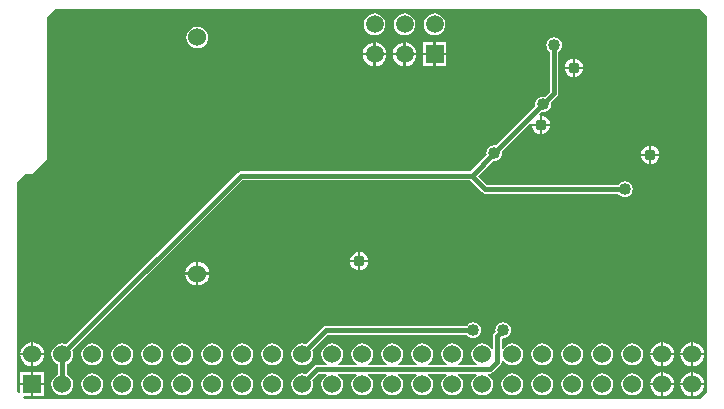
<source format=gtl>
%FSLAX25Y25*%
%MOIN*%
G70*
G01*
G75*
G04 Layer_Physical_Order=1*
G04 Layer_Color=255*
%ADD10C,0.01600*%
%ADD11C,0.05906*%
%ADD12R,0.05906X0.05906*%
%ADD13C,0.06000*%
%ADD14R,0.06000X0.06000*%
%ADD15C,0.04000*%
G36*
X302500Y130000D02*
Y5000D01*
X300000Y2500D01*
X75000D01*
X74462Y3038D01*
X74653Y3500D01*
X77100D01*
Y7100D01*
X73500D01*
Y4653D01*
X73038Y4462D01*
X72500Y5000D01*
Y75000D01*
X75000Y77500D01*
X77500D01*
X82500Y82500D01*
Y130000D01*
X85000Y132500D01*
X300000D01*
X302500Y130000D01*
D02*
G37*
%LPC*%
G36*
X297100Y17100D02*
X293518D01*
X293603Y16456D01*
X294006Y15483D01*
X294647Y14647D01*
X295483Y14006D01*
X296456Y13603D01*
X297100Y13518D01*
Y17100D01*
D02*
G37*
G36*
X291482D02*
X287900D01*
Y13518D01*
X288544Y13603D01*
X289517Y14006D01*
X290353Y14647D01*
X290994Y15483D01*
X291397Y16456D01*
X291482Y17100D01*
D02*
G37*
G36*
X301482D02*
X297900D01*
Y13518D01*
X298544Y13603D01*
X299517Y14006D01*
X300353Y14647D01*
X300994Y15483D01*
X301397Y16456D01*
X301482Y17100D01*
D02*
G37*
G36*
X107500Y21131D02*
X106560Y21007D01*
X105684Y20645D01*
X104932Y20067D01*
X104355Y19316D01*
X103993Y18440D01*
X103869Y17500D01*
X103993Y16560D01*
X104355Y15685D01*
X104932Y14932D01*
X105684Y14355D01*
X106560Y13993D01*
X107500Y13869D01*
X108440Y13993D01*
X109316Y14355D01*
X110068Y14932D01*
X110645Y15685D01*
X111007Y16560D01*
X111131Y17500D01*
X111007Y18440D01*
X110645Y19316D01*
X110068Y20067D01*
X109316Y20645D01*
X108440Y21007D01*
X107500Y21131D01*
D02*
G37*
G36*
X97500D02*
X96560Y21007D01*
X95684Y20645D01*
X94932Y20067D01*
X94355Y19316D01*
X93993Y18440D01*
X93869Y17500D01*
X93993Y16560D01*
X94355Y15685D01*
X94932Y14932D01*
X95684Y14355D01*
X96560Y13993D01*
X97500Y13869D01*
X98440Y13993D01*
X99316Y14355D01*
X100068Y14932D01*
X100645Y15685D01*
X101007Y16560D01*
X101131Y17500D01*
X101007Y18440D01*
X100645Y19316D01*
X100068Y20067D01*
X99316Y20645D01*
X98440Y21007D01*
X97500Y21131D01*
D02*
G37*
G36*
X297900Y11482D02*
Y7900D01*
X301482D01*
X301397Y8544D01*
X300994Y9517D01*
X300353Y10353D01*
X299517Y10994D01*
X298544Y11397D01*
X297900Y11482D01*
D02*
G37*
G36*
X297100D02*
X296456Y11397D01*
X295483Y10994D01*
X294647Y10353D01*
X294006Y9517D01*
X293603Y8544D01*
X293518Y7900D01*
X297100D01*
Y11482D01*
D02*
G37*
G36*
X77100Y17100D02*
X73518D01*
X73603Y16456D01*
X74006Y15483D01*
X74647Y14647D01*
X75483Y14006D01*
X76456Y13603D01*
X77100Y13518D01*
Y17100D01*
D02*
G37*
G36*
X287100D02*
X283518D01*
X283603Y16456D01*
X284006Y15483D01*
X284647Y14647D01*
X285483Y14006D01*
X286456Y13603D01*
X287100Y13518D01*
Y17100D01*
D02*
G37*
G36*
X81482D02*
X77900D01*
Y13518D01*
X78544Y13603D01*
X79517Y14006D01*
X80353Y14647D01*
X80994Y15483D01*
X81397Y16456D01*
X81482Y17100D01*
D02*
G37*
G36*
X257500Y21131D02*
X256560Y21007D01*
X255684Y20645D01*
X254932Y20067D01*
X254355Y19316D01*
X253993Y18440D01*
X253869Y17500D01*
X253993Y16560D01*
X254355Y15685D01*
X254932Y14932D01*
X255684Y14355D01*
X256560Y13993D01*
X257500Y13869D01*
X258440Y13993D01*
X259315Y14355D01*
X260068Y14932D01*
X260645Y15685D01*
X261007Y16560D01*
X261131Y17500D01*
X261007Y18440D01*
X260645Y19316D01*
X260068Y20067D01*
X259315Y20645D01*
X258440Y21007D01*
X257500Y21131D01*
D02*
G37*
G36*
X247500D02*
X246560Y21007D01*
X245685Y20645D01*
X244933Y20067D01*
X244355Y19316D01*
X243993Y18440D01*
X243869Y17500D01*
X243993Y16560D01*
X244355Y15685D01*
X244933Y14932D01*
X245685Y14355D01*
X246560Y13993D01*
X247500Y13869D01*
X248440Y13993D01*
X249316Y14355D01*
X250067Y14932D01*
X250645Y15685D01*
X251007Y16560D01*
X251131Y17500D01*
X251007Y18440D01*
X250645Y19316D01*
X250067Y20067D01*
X249316Y20645D01*
X248440Y21007D01*
X247500Y21131D01*
D02*
G37*
G36*
X267500D02*
X266560Y21007D01*
X265685Y20645D01*
X264932Y20067D01*
X264355Y19316D01*
X263993Y18440D01*
X263869Y17500D01*
X263993Y16560D01*
X264355Y15685D01*
X264932Y14932D01*
X265685Y14355D01*
X266560Y13993D01*
X267500Y13869D01*
X268440Y13993D01*
X269316Y14355D01*
X270068Y14932D01*
X270645Y15685D01*
X271007Y16560D01*
X271131Y17500D01*
X271007Y18440D01*
X270645Y19316D01*
X270068Y20067D01*
X269316Y20645D01*
X268440Y21007D01*
X267500Y21131D01*
D02*
G37*
G36*
X77100Y21482D02*
X76456Y21397D01*
X75483Y20994D01*
X74647Y20353D01*
X74006Y19517D01*
X73603Y18544D01*
X73518Y17900D01*
X77100D01*
Y21482D01*
D02*
G37*
G36*
X277500Y21131D02*
X276560Y21007D01*
X275684Y20645D01*
X274933Y20067D01*
X274355Y19316D01*
X273993Y18440D01*
X273869Y17500D01*
X273993Y16560D01*
X274355Y15685D01*
X274933Y14932D01*
X275684Y14355D01*
X276560Y13993D01*
X277500Y13869D01*
X278440Y13993D01*
X279315Y14355D01*
X280067Y14932D01*
X280645Y15685D01*
X281007Y16560D01*
X281131Y17500D01*
X281007Y18440D01*
X280645Y19316D01*
X280067Y20067D01*
X279315Y20645D01*
X278440Y21007D01*
X277500Y21131D01*
D02*
G37*
G36*
X127500D02*
X126560Y21007D01*
X125684Y20645D01*
X124932Y20067D01*
X124355Y19316D01*
X123993Y18440D01*
X123869Y17500D01*
X123993Y16560D01*
X124355Y15685D01*
X124932Y14932D01*
X125684Y14355D01*
X126560Y13993D01*
X127500Y13869D01*
X128440Y13993D01*
X129315Y14355D01*
X130068Y14932D01*
X130645Y15685D01*
X131007Y16560D01*
X131131Y17500D01*
X131007Y18440D01*
X130645Y19316D01*
X130068Y20067D01*
X129315Y20645D01*
X128440Y21007D01*
X127500Y21131D01*
D02*
G37*
G36*
X117500D02*
X116560Y21007D01*
X115684Y20645D01*
X114932Y20067D01*
X114355Y19316D01*
X113993Y18440D01*
X113869Y17500D01*
X113993Y16560D01*
X114355Y15685D01*
X114932Y14932D01*
X115684Y14355D01*
X116560Y13993D01*
X117500Y13869D01*
X118440Y13993D01*
X119316Y14355D01*
X120068Y14932D01*
X120645Y15685D01*
X121007Y16560D01*
X121131Y17500D01*
X121007Y18440D01*
X120645Y19316D01*
X120068Y20067D01*
X119316Y20645D01*
X118440Y21007D01*
X117500Y21131D01*
D02*
G37*
G36*
X137500D02*
X136560Y21007D01*
X135685Y20645D01*
X134932Y20067D01*
X134355Y19316D01*
X133993Y18440D01*
X133869Y17500D01*
X133993Y16560D01*
X134355Y15685D01*
X134932Y14932D01*
X135685Y14355D01*
X136560Y13993D01*
X137500Y13869D01*
X138440Y13993D01*
X139315Y14355D01*
X140068Y14932D01*
X140645Y15685D01*
X141007Y16560D01*
X141131Y17500D01*
X141007Y18440D01*
X140645Y19316D01*
X140068Y20067D01*
X139315Y20645D01*
X138440Y21007D01*
X137500Y21131D01*
D02*
G37*
G36*
X157500D02*
X156560Y21007D01*
X155684Y20645D01*
X154932Y20067D01*
X154355Y19316D01*
X153993Y18440D01*
X153869Y17500D01*
X153993Y16560D01*
X154355Y15685D01*
X154932Y14932D01*
X155684Y14355D01*
X156560Y13993D01*
X157500Y13869D01*
X158440Y13993D01*
X159316Y14355D01*
X160068Y14932D01*
X160645Y15685D01*
X161007Y16560D01*
X161131Y17500D01*
X161007Y18440D01*
X160645Y19316D01*
X160068Y20067D01*
X159316Y20645D01*
X158440Y21007D01*
X157500Y21131D01*
D02*
G37*
G36*
X147500D02*
X146560Y21007D01*
X145685Y20645D01*
X144932Y20067D01*
X144355Y19316D01*
X143993Y18440D01*
X143869Y17500D01*
X143993Y16560D01*
X144355Y15685D01*
X144932Y14932D01*
X145685Y14355D01*
X146560Y13993D01*
X147500Y13869D01*
X148440Y13993D01*
X149316Y14355D01*
X150068Y14932D01*
X150645Y15685D01*
X151007Y16560D01*
X151131Y17500D01*
X151007Y18440D01*
X150645Y19316D01*
X150068Y20067D01*
X149316Y20645D01*
X148440Y21007D01*
X147500Y21131D01*
D02*
G37*
G36*
X287900Y11482D02*
Y7900D01*
X291482D01*
X291397Y8544D01*
X290994Y9517D01*
X290353Y10353D01*
X289517Y10994D01*
X288544Y11397D01*
X287900Y11482D01*
D02*
G37*
G36*
X107500Y11131D02*
X106560Y11007D01*
X105684Y10645D01*
X104932Y10068D01*
X104355Y9315D01*
X103993Y8440D01*
X103869Y7500D01*
X103993Y6560D01*
X104355Y5684D01*
X104932Y4933D01*
X105684Y4355D01*
X106560Y3993D01*
X107500Y3869D01*
X108440Y3993D01*
X109316Y4355D01*
X110068Y4933D01*
X110645Y5684D01*
X111007Y6560D01*
X111131Y7500D01*
X111007Y8440D01*
X110645Y9315D01*
X110068Y10068D01*
X109316Y10645D01*
X108440Y11007D01*
X107500Y11131D01*
D02*
G37*
G36*
X97500D02*
X96560Y11007D01*
X95684Y10645D01*
X94932Y10068D01*
X94355Y9315D01*
X93993Y8440D01*
X93869Y7500D01*
X93993Y6560D01*
X94355Y5684D01*
X94932Y4933D01*
X95684Y4355D01*
X96560Y3993D01*
X97500Y3869D01*
X98440Y3993D01*
X99316Y4355D01*
X100068Y4933D01*
X100645Y5684D01*
X101007Y6560D01*
X101131Y7500D01*
X101007Y8440D01*
X100645Y9315D01*
X100068Y10068D01*
X99316Y10645D01*
X98440Y11007D01*
X97500Y11131D01*
D02*
G37*
G36*
X117500D02*
X116560Y11007D01*
X115684Y10645D01*
X114932Y10068D01*
X114355Y9315D01*
X113993Y8440D01*
X113869Y7500D01*
X113993Y6560D01*
X114355Y5684D01*
X114932Y4933D01*
X115684Y4355D01*
X116560Y3993D01*
X117500Y3869D01*
X118440Y3993D01*
X119316Y4355D01*
X120068Y4933D01*
X120645Y5684D01*
X121007Y6560D01*
X121131Y7500D01*
X121007Y8440D01*
X120645Y9315D01*
X120068Y10068D01*
X119316Y10645D01*
X118440Y11007D01*
X117500Y11131D01*
D02*
G37*
G36*
X137500D02*
X136560Y11007D01*
X135685Y10645D01*
X134932Y10068D01*
X134355Y9315D01*
X133993Y8440D01*
X133869Y7500D01*
X133993Y6560D01*
X134355Y5684D01*
X134932Y4933D01*
X135685Y4355D01*
X136560Y3993D01*
X137500Y3869D01*
X138440Y3993D01*
X139315Y4355D01*
X140068Y4933D01*
X140645Y5684D01*
X141007Y6560D01*
X141131Y7500D01*
X141007Y8440D01*
X140645Y9315D01*
X140068Y10068D01*
X139315Y10645D01*
X138440Y11007D01*
X137500Y11131D01*
D02*
G37*
G36*
X127500D02*
X126560Y11007D01*
X125684Y10645D01*
X124932Y10068D01*
X124355Y9315D01*
X123993Y8440D01*
X123869Y7500D01*
X123993Y6560D01*
X124355Y5684D01*
X124932Y4933D01*
X125684Y4355D01*
X126560Y3993D01*
X127500Y3869D01*
X128440Y3993D01*
X129315Y4355D01*
X130068Y4933D01*
X130645Y5684D01*
X131007Y6560D01*
X131131Y7500D01*
X131007Y8440D01*
X130645Y9315D01*
X130068Y10068D01*
X129315Y10645D01*
X128440Y11007D01*
X127500Y11131D01*
D02*
G37*
G36*
X287100Y7100D02*
X283518D01*
X283603Y6456D01*
X284006Y5483D01*
X284647Y4647D01*
X285483Y4006D01*
X286456Y3603D01*
X287100Y3518D01*
Y7100D01*
D02*
G37*
G36*
X81500D02*
X77900D01*
Y3500D01*
X81500D01*
Y7100D01*
D02*
G37*
G36*
X291482D02*
X287900D01*
Y3518D01*
X288544Y3603D01*
X289517Y4006D01*
X290353Y4647D01*
X290994Y5483D01*
X291397Y6456D01*
X291482Y7100D01*
D02*
G37*
G36*
X301482D02*
X297900D01*
Y3518D01*
X298544Y3603D01*
X299517Y4006D01*
X300353Y4647D01*
X300994Y5483D01*
X301397Y6456D01*
X301482Y7100D01*
D02*
G37*
G36*
X297100D02*
X293518D01*
X293603Y6456D01*
X294006Y5483D01*
X294647Y4647D01*
X295483Y4006D01*
X296456Y3603D01*
X297100Y3518D01*
Y7100D01*
D02*
G37*
G36*
X277500Y11131D02*
X276560Y11007D01*
X275684Y10645D01*
X274933Y10068D01*
X274355Y9315D01*
X273993Y8440D01*
X273869Y7500D01*
X273993Y6560D01*
X274355Y5684D01*
X274933Y4933D01*
X275684Y4355D01*
X276560Y3993D01*
X277500Y3869D01*
X278440Y3993D01*
X279315Y4355D01*
X280067Y4933D01*
X280645Y5684D01*
X281007Y6560D01*
X281131Y7500D01*
X281007Y8440D01*
X280645Y9315D01*
X280067Y10068D01*
X279315Y10645D01*
X278440Y11007D01*
X277500Y11131D01*
D02*
G37*
G36*
X267500D02*
X266560Y11007D01*
X265685Y10645D01*
X264932Y10068D01*
X264355Y9315D01*
X263993Y8440D01*
X263869Y7500D01*
X263993Y6560D01*
X264355Y5684D01*
X264932Y4933D01*
X265685Y4355D01*
X266560Y3993D01*
X267500Y3869D01*
X268440Y3993D01*
X269316Y4355D01*
X270068Y4933D01*
X270645Y5684D01*
X271007Y6560D01*
X271131Y7500D01*
X271007Y8440D01*
X270645Y9315D01*
X270068Y10068D01*
X269316Y10645D01*
X268440Y11007D01*
X267500Y11131D01*
D02*
G37*
G36*
X77100Y11500D02*
X73500D01*
Y7900D01*
X77100D01*
Y11500D01*
D02*
G37*
G36*
X287100Y11482D02*
X286456Y11397D01*
X285483Y10994D01*
X284647Y10353D01*
X284006Y9517D01*
X283603Y8544D01*
X283518Y7900D01*
X287100D01*
Y11482D01*
D02*
G37*
G36*
X81500Y11500D02*
X77900D01*
Y7900D01*
X81500D01*
Y11500D01*
D02*
G37*
G36*
X157500Y11131D02*
X156560Y11007D01*
X155684Y10645D01*
X154932Y10068D01*
X154355Y9315D01*
X153993Y8440D01*
X153869Y7500D01*
X153993Y6560D01*
X154355Y5684D01*
X154932Y4933D01*
X155684Y4355D01*
X156560Y3993D01*
X157500Y3869D01*
X158440Y3993D01*
X159316Y4355D01*
X160068Y4933D01*
X160645Y5684D01*
X161007Y6560D01*
X161131Y7500D01*
X161007Y8440D01*
X160645Y9315D01*
X160068Y10068D01*
X159316Y10645D01*
X158440Y11007D01*
X157500Y11131D01*
D02*
G37*
G36*
X147500D02*
X146560Y11007D01*
X145685Y10645D01*
X144932Y10068D01*
X144355Y9315D01*
X143993Y8440D01*
X143869Y7500D01*
X143993Y6560D01*
X144355Y5684D01*
X144932Y4933D01*
X145685Y4355D01*
X146560Y3993D01*
X147500Y3869D01*
X148440Y3993D01*
X149316Y4355D01*
X150068Y4933D01*
X150645Y5684D01*
X151007Y6560D01*
X151131Y7500D01*
X151007Y8440D01*
X150645Y9315D01*
X150068Y10068D01*
X149316Y10645D01*
X148440Y11007D01*
X147500Y11131D01*
D02*
G37*
G36*
X237500D02*
X236560Y11007D01*
X235684Y10645D01*
X234932Y10068D01*
X234355Y9315D01*
X233993Y8440D01*
X233869Y7500D01*
X233993Y6560D01*
X234355Y5684D01*
X234932Y4933D01*
X235684Y4355D01*
X236560Y3993D01*
X237500Y3869D01*
X238440Y3993D01*
X239316Y4355D01*
X240068Y4933D01*
X240645Y5684D01*
X241007Y6560D01*
X241131Y7500D01*
X241007Y8440D01*
X240645Y9315D01*
X240068Y10068D01*
X239316Y10645D01*
X238440Y11007D01*
X237500Y11131D01*
D02*
G37*
G36*
X257500D02*
X256560Y11007D01*
X255684Y10645D01*
X254932Y10068D01*
X254355Y9315D01*
X253993Y8440D01*
X253869Y7500D01*
X253993Y6560D01*
X254355Y5684D01*
X254932Y4933D01*
X255684Y4355D01*
X256560Y3993D01*
X257500Y3869D01*
X258440Y3993D01*
X259315Y4355D01*
X260068Y4933D01*
X260645Y5684D01*
X261007Y6560D01*
X261131Y7500D01*
X261007Y8440D01*
X260645Y9315D01*
X260068Y10068D01*
X259315Y10645D01*
X258440Y11007D01*
X257500Y11131D01*
D02*
G37*
G36*
X247500D02*
X246560Y11007D01*
X245685Y10645D01*
X244933Y10068D01*
X244355Y9315D01*
X243993Y8440D01*
X243869Y7500D01*
X243993Y6560D01*
X244355Y5684D01*
X244933Y4933D01*
X245685Y4355D01*
X246560Y3993D01*
X247500Y3869D01*
X248440Y3993D01*
X249316Y4355D01*
X250067Y4933D01*
X250645Y5684D01*
X251007Y6560D01*
X251131Y7500D01*
X251007Y8440D01*
X250645Y9315D01*
X250067Y10068D01*
X249316Y10645D01*
X248440Y11007D01*
X247500Y11131D01*
D02*
G37*
G36*
X77900Y21482D02*
Y17900D01*
X81482D01*
X81397Y18544D01*
X80994Y19517D01*
X80353Y20353D01*
X79517Y20994D01*
X78544Y21397D01*
X77900Y21482D01*
D02*
G37*
G36*
X215578Y117100D02*
X212025D01*
Y113547D01*
X215578D01*
Y117100D01*
D02*
G37*
G36*
X211225D02*
X207672D01*
Y113547D01*
X211225D01*
Y117100D01*
D02*
G37*
G36*
X191225D02*
X187691D01*
X187774Y116468D01*
X188172Y115507D01*
X188806Y114681D01*
X189632Y114047D01*
X190593Y113649D01*
X191225Y113566D01*
Y117100D01*
D02*
G37*
G36*
X201225D02*
X197691D01*
X197774Y116468D01*
X198172Y115507D01*
X198806Y114681D01*
X199632Y114047D01*
X200593Y113649D01*
X201225Y113566D01*
Y117100D01*
D02*
G37*
G36*
X195559D02*
X192025D01*
Y113566D01*
X192657Y113649D01*
X193619Y114047D01*
X194444Y114681D01*
X195078Y115507D01*
X195476Y116468D01*
X195559Y117100D01*
D02*
G37*
G36*
X257600Y112600D02*
X255027D01*
X255077Y112217D01*
X255380Y111487D01*
X255860Y110860D01*
X256487Y110380D01*
X257217Y110077D01*
X257600Y110027D01*
Y112600D01*
D02*
G37*
G36*
X251449Y123122D02*
X250770Y123033D01*
X250138Y122771D01*
X249595Y122354D01*
X249178Y121811D01*
X248916Y121179D01*
X248827Y120500D01*
X248916Y119821D01*
X249178Y119189D01*
X249595Y118646D01*
X250022Y118318D01*
Y105040D01*
X248284Y103302D01*
X247750Y103372D01*
X247071Y103283D01*
X246439Y103021D01*
X245896Y102604D01*
X245479Y102061D01*
X245217Y101429D01*
X245128Y100750D01*
X245198Y100216D01*
X232033Y87052D01*
X231500Y87122D01*
X230821Y87033D01*
X230189Y86771D01*
X229646Y86354D01*
X229229Y85811D01*
X228967Y85179D01*
X228878Y84500D01*
X228948Y83966D01*
X223409Y78427D01*
X147000D01*
X147000Y78427D01*
X146454Y78319D01*
X145991Y78009D01*
X145991Y78009D01*
X88828Y20847D01*
X88440Y21007D01*
X87500Y21131D01*
X86560Y21007D01*
X85685Y20645D01*
X84932Y20067D01*
X84355Y19316D01*
X83993Y18440D01*
X83869Y17500D01*
X83993Y16560D01*
X84355Y15685D01*
X84932Y14932D01*
X85685Y14355D01*
X86073Y14195D01*
Y10805D01*
X85685Y10645D01*
X84932Y10068D01*
X84355Y9315D01*
X83993Y8440D01*
X83869Y7500D01*
X83993Y6560D01*
X84355Y5684D01*
X84932Y4933D01*
X85685Y4355D01*
X86560Y3993D01*
X87500Y3869D01*
X88440Y3993D01*
X89315Y4355D01*
X90068Y4933D01*
X90645Y5684D01*
X91007Y6560D01*
X91131Y7500D01*
X91007Y8440D01*
X90645Y9315D01*
X90068Y10068D01*
X89315Y10645D01*
X88927Y10805D01*
Y14195D01*
X89315Y14355D01*
X90068Y14932D01*
X90645Y15685D01*
X91007Y16560D01*
X91131Y17500D01*
X91007Y18440D01*
X90847Y18828D01*
X147591Y75573D01*
X223409D01*
X227491Y71491D01*
X227491Y71491D01*
X227954Y71181D01*
X227954Y71181D01*
X227954Y71181D01*
D01*
X227954Y71181D01*
X227954Y71181D01*
X228500Y71073D01*
X228500Y71073D01*
X272818D01*
X273146Y70646D01*
X273689Y70229D01*
X274321Y69967D01*
X275000Y69878D01*
X275679Y69967D01*
X276311Y70229D01*
X276854Y70646D01*
X277271Y71189D01*
X277533Y71821D01*
X277622Y72500D01*
X277533Y73179D01*
X277271Y73811D01*
X276854Y74354D01*
X276311Y74771D01*
X275679Y75033D01*
X275000Y75122D01*
X274321Y75033D01*
X273689Y74771D01*
X273146Y74354D01*
X272818Y73927D01*
X229091D01*
X226019Y77000D01*
X230966Y81948D01*
X231500Y81878D01*
X232179Y81967D01*
X232811Y82229D01*
X233354Y82646D01*
X233771Y83189D01*
X234033Y83821D01*
X234122Y84500D01*
X234052Y85034D01*
X243569Y94550D01*
X243874Y94400D01*
X246600D01*
Y97126D01*
X246450Y97431D01*
X247217Y98198D01*
X247750Y98128D01*
X248429Y98217D01*
X249061Y98479D01*
X249604Y98896D01*
X250021Y99439D01*
X250283Y100071D01*
X250372Y100750D01*
X250302Y101284D01*
X252458Y103440D01*
X252458Y103440D01*
X252768Y103903D01*
X252768Y103903D01*
X252768Y103903D01*
X252876Y104449D01*
X252876Y104449D01*
Y118318D01*
X253303Y118646D01*
X253720Y119189D01*
X253982Y119821D01*
X254071Y120500D01*
X253982Y121179D01*
X253720Y121811D01*
X253303Y122354D01*
X252760Y122771D01*
X252128Y123033D01*
X251449Y123122D01*
D02*
G37*
G36*
X260973Y112600D02*
X258400D01*
Y110027D01*
X258783Y110077D01*
X259513Y110380D01*
X260140Y110860D01*
X260620Y111487D01*
X260923Y112217D01*
X260973Y112600D01*
D02*
G37*
G36*
X258400Y115973D02*
Y113400D01*
X260973D01*
X260923Y113783D01*
X260620Y114513D01*
X260140Y115140D01*
X259513Y115621D01*
X258783Y115923D01*
X258400Y115973D01*
D02*
G37*
G36*
X257600D02*
X257217Y115923D01*
X256487Y115621D01*
X255860Y115140D01*
X255380Y114513D01*
X255077Y113783D01*
X255027Y113400D01*
X257600D01*
Y115973D01*
D02*
G37*
G36*
X205559Y117100D02*
X202025D01*
Y113566D01*
X202657Y113649D01*
X203619Y114047D01*
X204444Y114681D01*
X205078Y115507D01*
X205476Y116468D01*
X205559Y117100D01*
D02*
G37*
G36*
X132500Y126731D02*
X131560Y126607D01*
X130684Y126245D01*
X129932Y125668D01*
X129355Y124916D01*
X128993Y124040D01*
X128869Y123100D01*
X128993Y122160D01*
X129355Y121284D01*
X129932Y120532D01*
X130684Y119955D01*
X131560Y119593D01*
X132500Y119469D01*
X133440Y119593D01*
X134316Y119955D01*
X135068Y120532D01*
X135645Y121284D01*
X136007Y122160D01*
X136131Y123100D01*
X136007Y124040D01*
X135645Y124916D01*
X135068Y125668D01*
X134316Y126245D01*
X133440Y126607D01*
X132500Y126731D01*
D02*
G37*
G36*
X215578Y121453D02*
X212025D01*
Y117900D01*
X215578D01*
Y121453D01*
D02*
G37*
G36*
X191625Y131083D02*
X190698Y130961D01*
X189833Y130603D01*
X189091Y130034D01*
X188522Y129292D01*
X188164Y128427D01*
X188042Y127500D01*
X188164Y126573D01*
X188522Y125708D01*
X189091Y124966D01*
X189833Y124397D01*
X190698Y124039D01*
X191625Y123917D01*
X192553Y124039D01*
X193417Y124397D01*
X194159Y124966D01*
X194729Y125708D01*
X195087Y126573D01*
X195209Y127500D01*
X195087Y128427D01*
X194729Y129292D01*
X194159Y130034D01*
X193417Y130603D01*
X192553Y130961D01*
X191625Y131083D01*
D02*
G37*
G36*
X211625D02*
X210698Y130961D01*
X209834Y130603D01*
X209091Y130034D01*
X208522Y129292D01*
X208164Y128427D01*
X208042Y127500D01*
X208164Y126573D01*
X208522Y125708D01*
X209091Y124966D01*
X209834Y124397D01*
X210698Y124039D01*
X211625Y123917D01*
X212553Y124039D01*
X213417Y124397D01*
X214159Y124966D01*
X214728Y125708D01*
X215087Y126573D01*
X215209Y127500D01*
X215087Y128427D01*
X214728Y129292D01*
X214159Y130034D01*
X213417Y130603D01*
X212553Y130961D01*
X211625Y131083D01*
D02*
G37*
G36*
X201625D02*
X200698Y130961D01*
X199834Y130603D01*
X199091Y130034D01*
X198522Y129292D01*
X198164Y128427D01*
X198042Y127500D01*
X198164Y126573D01*
X198522Y125708D01*
X199091Y124966D01*
X199834Y124397D01*
X200698Y124039D01*
X201625Y123917D01*
X202553Y124039D01*
X203417Y124397D01*
X204159Y124966D01*
X204729Y125708D01*
X205086Y126573D01*
X205209Y127500D01*
X205086Y128427D01*
X204729Y129292D01*
X204159Y130034D01*
X203417Y130603D01*
X202553Y130961D01*
X201625Y131083D01*
D02*
G37*
G36*
X192025Y121434D02*
Y117900D01*
X195559D01*
X195476Y118532D01*
X195078Y119493D01*
X194444Y120319D01*
X193619Y120953D01*
X192657Y121351D01*
X192025Y121434D01*
D02*
G37*
G36*
X191225D02*
X190593Y121351D01*
X189632Y120953D01*
X188806Y120319D01*
X188172Y119493D01*
X187774Y118532D01*
X187691Y117900D01*
X191225D01*
Y121434D01*
D02*
G37*
G36*
X201225D02*
X200593Y121351D01*
X199632Y120953D01*
X198806Y120319D01*
X198172Y119493D01*
X197774Y118532D01*
X197691Y117900D01*
X201225D01*
Y121434D01*
D02*
G37*
G36*
X211225Y121453D02*
X207672D01*
Y117900D01*
X211225D01*
Y121453D01*
D02*
G37*
G36*
X202025Y121434D02*
Y117900D01*
X205559D01*
X205476Y118532D01*
X205078Y119493D01*
X204444Y120319D01*
X203619Y120953D01*
X202657Y121351D01*
X202025Y121434D01*
D02*
G37*
G36*
X132100Y44000D02*
X128518D01*
X128603Y43356D01*
X129006Y42383D01*
X129647Y41547D01*
X130483Y40906D01*
X131456Y40503D01*
X132100Y40418D01*
Y44000D01*
D02*
G37*
G36*
X224500Y28122D02*
X223821Y28033D01*
X223189Y27771D01*
X222646Y27354D01*
X222318Y26927D01*
X175500D01*
X175500Y26927D01*
X174954Y26819D01*
X174491Y26509D01*
X174491Y26509D01*
X168828Y20847D01*
X168440Y21007D01*
X167500Y21131D01*
X166560Y21007D01*
X165684Y20645D01*
X164932Y20067D01*
X164355Y19316D01*
X163993Y18440D01*
X163869Y17500D01*
X163993Y16560D01*
X164355Y15685D01*
X164932Y14932D01*
X165684Y14355D01*
X166560Y13993D01*
X167500Y13869D01*
X168440Y13993D01*
X169316Y14355D01*
X170068Y14932D01*
X170645Y15685D01*
X171007Y16560D01*
X171131Y17500D01*
X171007Y18440D01*
X170847Y18828D01*
X176091Y24073D01*
X222318D01*
X222646Y23646D01*
X223189Y23229D01*
X223821Y22967D01*
X224500Y22878D01*
X225179Y22967D01*
X225811Y23229D01*
X226354Y23646D01*
X226771Y24189D01*
X227033Y24821D01*
X227122Y25500D01*
X227033Y26179D01*
X226771Y26811D01*
X226354Y27354D01*
X225811Y27771D01*
X225179Y28033D01*
X224500Y28122D01*
D02*
G37*
G36*
X136482Y44000D02*
X132900D01*
Y40418D01*
X133544Y40503D01*
X134517Y40906D01*
X135353Y41547D01*
X135994Y42383D01*
X136397Y43356D01*
X136482Y44000D01*
D02*
G37*
G36*
X132900Y48382D02*
Y44800D01*
X136482D01*
X136397Y45444D01*
X135994Y46417D01*
X135353Y47253D01*
X134517Y47894D01*
X133544Y48297D01*
X132900Y48382D01*
D02*
G37*
G36*
X132100D02*
X131456Y48297D01*
X130483Y47894D01*
X129647Y47253D01*
X129006Y46417D01*
X128603Y45444D01*
X128518Y44800D01*
X132100D01*
Y48382D01*
D02*
G37*
G36*
X287900Y21482D02*
Y17900D01*
X291482D01*
X291397Y18544D01*
X290994Y19517D01*
X290353Y20353D01*
X289517Y20994D01*
X288544Y21397D01*
X287900Y21482D01*
D02*
G37*
G36*
X287100D02*
X286456Y21397D01*
X285483Y20994D01*
X284647Y20353D01*
X284006Y19517D01*
X283603Y18544D01*
X283518Y17900D01*
X287100D01*
Y21482D01*
D02*
G37*
G36*
X297100D02*
X296456Y21397D01*
X295483Y20994D01*
X294647Y20353D01*
X294006Y19517D01*
X293603Y18544D01*
X293518Y17900D01*
X297100D01*
Y21482D01*
D02*
G37*
G36*
X234500Y28122D02*
X233821Y28033D01*
X233189Y27771D01*
X232646Y27354D01*
X232229Y26811D01*
X231967Y26179D01*
X231878Y25500D01*
X231948Y24967D01*
X231491Y24509D01*
X231181Y24046D01*
X231073Y23500D01*
X231073Y23500D01*
Y19535D01*
X230599Y19375D01*
X230067Y20067D01*
X229315Y20645D01*
X228440Y21007D01*
X227500Y21131D01*
X226560Y21007D01*
X225684Y20645D01*
X224933Y20067D01*
X224355Y19316D01*
X223993Y18440D01*
X223869Y17500D01*
X223993Y16560D01*
X224355Y15685D01*
X224933Y14932D01*
X225625Y14401D01*
X225465Y13927D01*
X219535D01*
X219375Y14401D01*
X220068Y14932D01*
X220645Y15685D01*
X221007Y16560D01*
X221131Y17500D01*
X221007Y18440D01*
X220645Y19316D01*
X220068Y20067D01*
X219316Y20645D01*
X218440Y21007D01*
X217500Y21131D01*
X216560Y21007D01*
X215685Y20645D01*
X214932Y20067D01*
X214355Y19316D01*
X213993Y18440D01*
X213869Y17500D01*
X213993Y16560D01*
X214355Y15685D01*
X214932Y14932D01*
X215625Y14401D01*
X215464Y13927D01*
X209536D01*
X209375Y14401D01*
X210068Y14932D01*
X210645Y15685D01*
X211007Y16560D01*
X211131Y17500D01*
X211007Y18440D01*
X210645Y19316D01*
X210068Y20067D01*
X209315Y20645D01*
X208440Y21007D01*
X207500Y21131D01*
X206560Y21007D01*
X205684Y20645D01*
X204932Y20067D01*
X204355Y19316D01*
X203993Y18440D01*
X203869Y17500D01*
X203993Y16560D01*
X204355Y15685D01*
X204932Y14932D01*
X205625Y14401D01*
X205465Y13927D01*
X199536D01*
X199375Y14401D01*
X200068Y14932D01*
X200645Y15685D01*
X201007Y16560D01*
X201131Y17500D01*
X201007Y18440D01*
X200645Y19316D01*
X200068Y20067D01*
X199316Y20645D01*
X198440Y21007D01*
X197500Y21131D01*
X196560Y21007D01*
X195685Y20645D01*
X194932Y20067D01*
X194355Y19316D01*
X193993Y18440D01*
X193869Y17500D01*
X193993Y16560D01*
X194355Y15685D01*
X194932Y14932D01*
X195625Y14401D01*
X195465Y13927D01*
X189535D01*
X189375Y14401D01*
X190068Y14932D01*
X190645Y15685D01*
X191007Y16560D01*
X191131Y17500D01*
X191007Y18440D01*
X190645Y19316D01*
X190068Y20067D01*
X189315Y20645D01*
X188440Y21007D01*
X187500Y21131D01*
X186560Y21007D01*
X185685Y20645D01*
X184932Y20067D01*
X184355Y19316D01*
X183993Y18440D01*
X183869Y17500D01*
X183993Y16560D01*
X184355Y15685D01*
X184932Y14932D01*
X185625Y14401D01*
X185465Y13927D01*
X179535D01*
X179375Y14401D01*
X180068Y14932D01*
X180645Y15685D01*
X181007Y16560D01*
X181131Y17500D01*
X181007Y18440D01*
X180645Y19316D01*
X180068Y20067D01*
X179315Y20645D01*
X178440Y21007D01*
X177500Y21131D01*
X176560Y21007D01*
X175684Y20645D01*
X174932Y20067D01*
X174355Y19316D01*
X173993Y18440D01*
X173869Y17500D01*
X173993Y16560D01*
X174355Y15685D01*
X174932Y14932D01*
X175625Y14401D01*
X175464Y13927D01*
X172500D01*
X172500Y13927D01*
X171954Y13819D01*
X171491Y13509D01*
X171491Y13509D01*
X168828Y10847D01*
X168440Y11007D01*
X167500Y11131D01*
X166560Y11007D01*
X165684Y10645D01*
X164932Y10068D01*
X164355Y9315D01*
X163993Y8440D01*
X163869Y7500D01*
X163993Y6560D01*
X164355Y5684D01*
X164932Y4933D01*
X165684Y4355D01*
X166560Y3993D01*
X167500Y3869D01*
X168440Y3993D01*
X169316Y4355D01*
X170068Y4933D01*
X170645Y5684D01*
X171007Y6560D01*
X171131Y7500D01*
X171007Y8440D01*
X170847Y8828D01*
X173091Y11073D01*
X175464D01*
X175625Y10599D01*
X174932Y10068D01*
X174355Y9315D01*
X173993Y8440D01*
X173869Y7500D01*
X173993Y6560D01*
X174355Y5684D01*
X174932Y4933D01*
X175684Y4355D01*
X176560Y3993D01*
X177500Y3869D01*
X178440Y3993D01*
X179315Y4355D01*
X180068Y4933D01*
X180645Y5684D01*
X181007Y6560D01*
X181131Y7500D01*
X181007Y8440D01*
X180645Y9315D01*
X180068Y10068D01*
X179375Y10599D01*
X179535Y11073D01*
X185465D01*
X185625Y10599D01*
X184932Y10068D01*
X184355Y9315D01*
X183993Y8440D01*
X183869Y7500D01*
X183993Y6560D01*
X184355Y5684D01*
X184932Y4933D01*
X185685Y4355D01*
X186560Y3993D01*
X187500Y3869D01*
X188440Y3993D01*
X189315Y4355D01*
X190068Y4933D01*
X190645Y5684D01*
X191007Y6560D01*
X191131Y7500D01*
X191007Y8440D01*
X190645Y9315D01*
X190068Y10068D01*
X189375Y10599D01*
X189535Y11073D01*
X195465D01*
X195625Y10599D01*
X194932Y10068D01*
X194355Y9315D01*
X193993Y8440D01*
X193869Y7500D01*
X193993Y6560D01*
X194355Y5684D01*
X194932Y4933D01*
X195685Y4355D01*
X196560Y3993D01*
X197500Y3869D01*
X198440Y3993D01*
X199316Y4355D01*
X200068Y4933D01*
X200645Y5684D01*
X201007Y6560D01*
X201131Y7500D01*
X201007Y8440D01*
X200645Y9315D01*
X200068Y10068D01*
X199375Y10599D01*
X199536Y11073D01*
X205465D01*
X205625Y10599D01*
X204932Y10068D01*
X204355Y9315D01*
X203993Y8440D01*
X203869Y7500D01*
X203993Y6560D01*
X204355Y5684D01*
X204932Y4933D01*
X205684Y4355D01*
X206560Y3993D01*
X207500Y3869D01*
X208440Y3993D01*
X209315Y4355D01*
X210068Y4933D01*
X210645Y5684D01*
X211007Y6560D01*
X211131Y7500D01*
X211007Y8440D01*
X210645Y9315D01*
X210068Y10068D01*
X209375Y10599D01*
X209536Y11073D01*
X215464D01*
X215625Y10599D01*
X214932Y10068D01*
X214355Y9315D01*
X213993Y8440D01*
X213869Y7500D01*
X213993Y6560D01*
X214355Y5684D01*
X214932Y4933D01*
X215685Y4355D01*
X216560Y3993D01*
X217500Y3869D01*
X218440Y3993D01*
X219316Y4355D01*
X220068Y4933D01*
X220645Y5684D01*
X221007Y6560D01*
X221131Y7500D01*
X221007Y8440D01*
X220645Y9315D01*
X220068Y10068D01*
X219375Y10599D01*
X219535Y11073D01*
X225465D01*
X225625Y10599D01*
X224933Y10068D01*
X224355Y9315D01*
X223993Y8440D01*
X223869Y7500D01*
X223993Y6560D01*
X224355Y5684D01*
X224933Y4933D01*
X225684Y4355D01*
X226560Y3993D01*
X227500Y3869D01*
X228440Y3993D01*
X229315Y4355D01*
X230067Y4933D01*
X230645Y5684D01*
X231007Y6560D01*
X231131Y7500D01*
X231007Y8440D01*
X230645Y9315D01*
X230067Y10068D01*
X229375Y10599D01*
X229536Y11073D01*
X230000D01*
X230000Y11073D01*
X230546Y11181D01*
X231009Y11491D01*
X233509Y13991D01*
X233509Y13991D01*
X233695Y14268D01*
X233819Y14454D01*
X233927Y15000D01*
Y15464D01*
X234401Y15625D01*
X234932Y14932D01*
X235684Y14355D01*
X236560Y13993D01*
X237500Y13869D01*
X238440Y13993D01*
X239316Y14355D01*
X240068Y14932D01*
X240645Y15685D01*
X241007Y16560D01*
X241131Y17500D01*
X241007Y18440D01*
X240645Y19316D01*
X240068Y20067D01*
X239316Y20645D01*
X238440Y21007D01*
X237500Y21131D01*
X236560Y21007D01*
X235684Y20645D01*
X234932Y20067D01*
X234401Y19375D01*
X233927Y19535D01*
Y22574D01*
X234303Y22904D01*
X234500Y22878D01*
X235179Y22967D01*
X235811Y23229D01*
X236354Y23646D01*
X236771Y24189D01*
X237033Y24821D01*
X237122Y25500D01*
X237033Y26179D01*
X236771Y26811D01*
X236354Y27354D01*
X235811Y27771D01*
X235179Y28033D01*
X234500Y28122D01*
D02*
G37*
G36*
X297900Y21482D02*
Y17900D01*
X301482D01*
X301397Y18544D01*
X300994Y19517D01*
X300353Y20353D01*
X299517Y20994D01*
X298544Y21397D01*
X297900Y21482D01*
D02*
G37*
G36*
X186100Y48100D02*
X183527D01*
X183577Y47717D01*
X183879Y46987D01*
X184360Y46360D01*
X184987Y45880D01*
X185717Y45577D01*
X186100Y45527D01*
Y48100D01*
D02*
G37*
G36*
X283900Y86973D02*
Y84400D01*
X286473D01*
X286423Y84783D01*
X286121Y85513D01*
X285640Y86140D01*
X285013Y86620D01*
X284283Y86923D01*
X283900Y86973D01*
D02*
G37*
G36*
X283100D02*
X282717Y86923D01*
X281987Y86620D01*
X281360Y86140D01*
X280879Y85513D01*
X280577Y84783D01*
X280527Y84400D01*
X283100D01*
Y86973D01*
D02*
G37*
G36*
X246600Y93600D02*
X244027D01*
X244077Y93217D01*
X244379Y92487D01*
X244860Y91860D01*
X245487Y91379D01*
X246217Y91077D01*
X246600Y91027D01*
Y93600D01*
D02*
G37*
G36*
X247400Y96973D02*
Y94400D01*
X249973D01*
X249923Y94783D01*
X249621Y95513D01*
X249140Y96140D01*
X248513Y96621D01*
X247783Y96923D01*
X247400Y96973D01*
D02*
G37*
G36*
X249973Y93600D02*
X247400D01*
Y91027D01*
X247783Y91077D01*
X248513Y91379D01*
X249140Y91860D01*
X249621Y92487D01*
X249923Y93217D01*
X249973Y93600D01*
D02*
G37*
G36*
X186100Y51473D02*
X185717Y51423D01*
X184987Y51121D01*
X184360Y50640D01*
X183879Y50013D01*
X183577Y49283D01*
X183527Y48900D01*
X186100D01*
Y51473D01*
D02*
G37*
G36*
X189473Y48100D02*
X186900D01*
Y45527D01*
X187283Y45577D01*
X188013Y45880D01*
X188640Y46360D01*
X189120Y46987D01*
X189423Y47717D01*
X189473Y48100D01*
D02*
G37*
G36*
X186900Y51473D02*
Y48900D01*
X189473D01*
X189423Y49283D01*
X189120Y50013D01*
X188640Y50640D01*
X188013Y51121D01*
X187283Y51423D01*
X186900Y51473D01*
D02*
G37*
G36*
X286473Y83600D02*
X283900D01*
Y81027D01*
X284283Y81077D01*
X285013Y81379D01*
X285640Y81860D01*
X286121Y82487D01*
X286423Y83217D01*
X286473Y83600D01*
D02*
G37*
G36*
X283100D02*
X280527D01*
X280577Y83217D01*
X280879Y82487D01*
X281360Y81860D01*
X281987Y81379D01*
X282717Y81077D01*
X283100Y81027D01*
Y83600D01*
D02*
G37*
%LPD*%
D10*
X172500Y12500D02*
X230000D01*
X232500Y15000D01*
Y23500D01*
X167500Y7500D02*
X172500Y12500D01*
X232500Y23500D02*
X234500Y25500D01*
X167500Y17500D02*
X175500Y25500D01*
X224500D01*
X228500Y72500D02*
X275000D01*
X224000Y77000D02*
X228500Y72500D01*
X147000Y77000D02*
X224000D01*
X247750Y100750D02*
X251449Y104449D01*
X231500Y84500D02*
X247750Y100750D01*
X251449Y104449D02*
Y120500D01*
X224000Y77000D02*
X231500Y84500D01*
X87500Y17500D02*
X147000Y77000D01*
X87500Y7500D02*
Y17500D01*
D11*
X191625Y127500D02*
D03*
Y117500D02*
D03*
X201625Y127500D02*
D03*
Y117500D02*
D03*
X211625Y127500D02*
D03*
D12*
Y117500D02*
D03*
D13*
X87500Y17500D02*
D03*
Y7500D02*
D03*
X177500Y17500D02*
D03*
X187500Y7500D02*
D03*
X177500D02*
D03*
X287500D02*
D03*
X297500Y17500D02*
D03*
X257500Y7500D02*
D03*
X187500Y17500D02*
D03*
X197500Y7500D02*
D03*
X167500Y17500D02*
D03*
X97500D02*
D03*
Y7500D02*
D03*
X227500Y17500D02*
D03*
Y7500D02*
D03*
X237500D02*
D03*
X247500D02*
D03*
X237500Y17500D02*
D03*
X247500D02*
D03*
X257500D02*
D03*
X267500D02*
D03*
Y7500D02*
D03*
X277500Y17500D02*
D03*
Y7500D02*
D03*
X287500Y17500D02*
D03*
X297500Y7500D02*
D03*
X217500Y17500D02*
D03*
Y7500D02*
D03*
X207500D02*
D03*
Y17500D02*
D03*
X117500D02*
D03*
X107500D02*
D03*
Y7500D02*
D03*
X117500D02*
D03*
X197500Y17500D02*
D03*
X157500D02*
D03*
X137500Y7500D02*
D03*
X167500D02*
D03*
X127500Y17500D02*
D03*
X137500D02*
D03*
X127500Y7500D02*
D03*
X147500D02*
D03*
Y17500D02*
D03*
X157500Y7500D02*
D03*
X77500Y17500D02*
D03*
X132500Y123100D02*
D03*
Y44400D02*
D03*
D14*
X77500Y7500D02*
D03*
D15*
X234500Y25500D02*
D03*
X224500D02*
D03*
X247000Y94000D02*
D03*
X247750Y100750D02*
D03*
X231500Y84500D02*
D03*
X283500Y84000D02*
D03*
X275000Y72500D02*
D03*
X258000Y113000D02*
D03*
X251449Y120500D02*
D03*
X186500Y48500D02*
D03*
M02*

</source>
